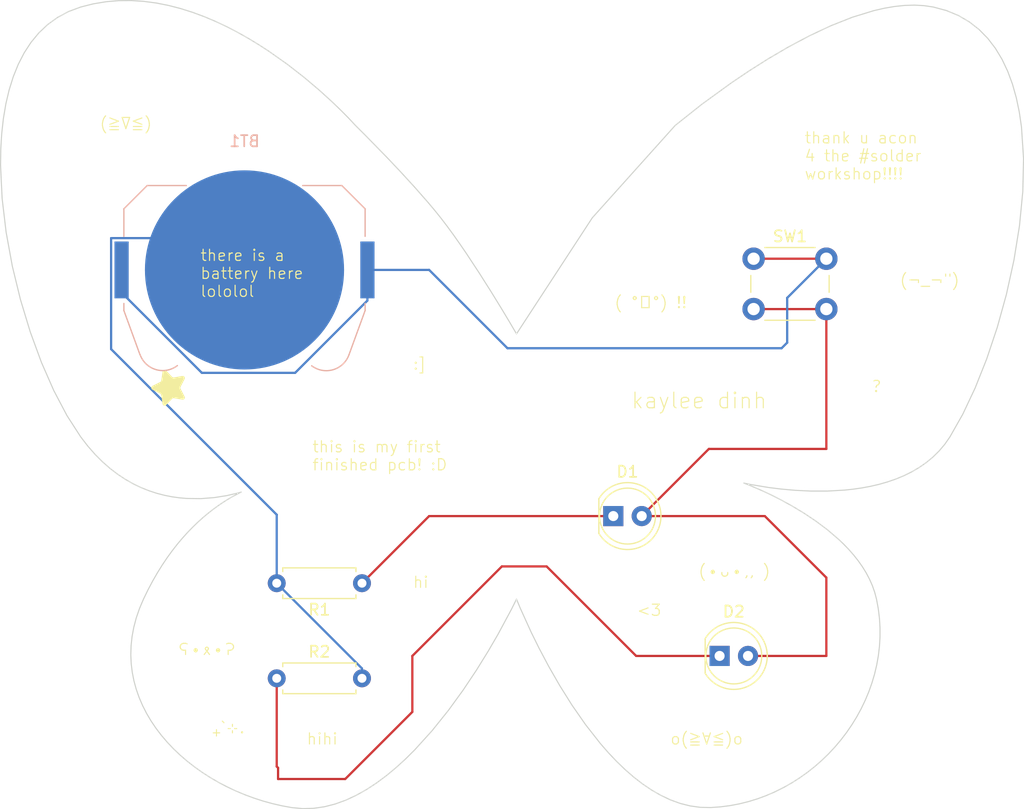
<source format=kicad_pcb>
(kicad_pcb (version 20241229) (generator "pcbnew") (generator_version "9.0")
  (layers (0 "F.Cu" signal) (2 "B.Cu" signal) (13 "F.Paste" user) (15 "B.Paste" user) (5 "F.SilkS" user "F.Silkscreen") (7 "B.SilkS" user "B.Silkscreen") (1 "F.Mask" user) (3 "B.Mask" user) (25 "Edge.Cuts" user))
  (net 0 "")
  (net 1 "Net-(BT1--)")
  (net 2 "Net-(BT1-+)")
  (net 3 "Net-(D1-K)")
  (net 4 "Net-(D1-A)")
  (net 5 "Net-(D2-K)")
  (footprint "LED_THT:LED_D5.0mm" (layer "F.Cu") (at 160.96 112)
    (property "Reference" "D2" (at 1.27 -3.96 0) (layer "F.SilkS"))
    (property "Value" "LED")
    (fp_line (start -1.29 -1.545) (end -1.29 1.545) (stroke (width 0.12)) (layer "F.SilkS"))
    (fp_arc (start -1.29 -1.54483) (mid 2.071779 -2.880495) (end 4.26 0) (stroke (width 0.12)) (layer "F.SilkS"))
    (fp_arc (start 4.26 0) (mid 2.071779 2.880495) (end -1.29 1.54483) (stroke (width 0.12)) (layer "F.SilkS"))
    (fp_circle (center 1.27 0) (end 3.77 0) (stroke (width 0.12)) (fill no) (layer "F.SilkS"))
    (pad "1" thru_hole rect (at 0 0) (size 1.8 1.8) (drill 0.9) (layers "*.Cu" "*.Mask") (net 5 "Net-(D2-K)"))
    (pad "2" thru_hole circle (at 2.54 0) (size 1.8 1.8) (drill 0.9) (layers "*.Cu" "*.Mask") (net 4 "Net-(D1-A)"))
  )
  (footprint "Resistor_THT:R_Axial_DIN0207_L6.3mm_D2.5mm_P7.62mm_Horizontal" (layer "F.Cu") (at 121.38 114)
    (property "Reference" "R2" (at 3.81 -2.37 0) (layer "F.SilkS"))
    (property "Value" "220")
    (fp_line (start 0.54 -1.37) (end 7.08 -1.37) (stroke (width 0.12)) (layer "F.SilkS"))
    (fp_line (start 0.54 -1.04) (end 0.54 -1.37) (stroke (width 0.12)) (layer "F.SilkS"))
    (fp_line (start 0.54 1.04) (end 0.54 1.37) (stroke (width 0.12)) (layer "F.SilkS"))
    (fp_line (start 0.54 1.37) (end 7.08 1.37) (stroke (width 0.12)) (layer "F.SilkS"))
    (fp_line (start 7.08 -1.37) (end 7.08 -1.04) (stroke (width 0.12)) (layer "F.SilkS"))
    (fp_line (start 7.08 1.37) (end 7.08 1.04) (stroke (width 0.12)) (layer "F.SilkS"))
    (pad "1" thru_hole circle (at 0 0) (size 1.6 1.6) (drill 0.8) (layers "*.Cu" "*.Mask") (net 5 "Net-(D2-K)"))
    (pad "2" thru_hole circle (at 7.62 0) (size 1.6 1.6) (drill 0.8) (layers "*.Cu" "*.Mask") (net 1 "Net-(BT1--)"))
  )
  (footprint "Resistor_THT:R_Axial_DIN0207_L6.3mm_D2.5mm_P7.62mm_Horizontal" (layer "F.Cu") (at 129 105.5 180)
    (property "Reference" "R1" (at 3.81 -2.37 0) (layer "F.SilkS"))
    (property "Value" "220")
    (fp_line (start 7.08 1.37) (end 7.08 1.04) (stroke (width 0.12)) (layer "F.SilkS"))
    (fp_line (start 7.08 -1.37) (end 7.08 -1.04) (stroke (width 0.12)) (layer "F.SilkS"))
    (fp_line (start 0.54 1.37) (end 7.08 1.37) (stroke (width 0.12)) (layer "F.SilkS"))
    (fp_line (start 0.54 1.04) (end 0.54 1.37) (stroke (width 0.12)) (layer "F.SilkS"))
    (fp_line (start 0.54 -1.04) (end 0.54 -1.37) (stroke (width 0.12)) (layer "F.SilkS"))
    (fp_line (start 0.54 -1.37) (end 7.08 -1.37) (stroke (width 0.12)) (layer "F.SilkS"))
    (pad "1" thru_hole circle (at 0 0 180) (size 1.6 1.6) (drill 0.8) (layers "*.Cu" "*.Mask") (net 3 "Net-(D1-K)"))
    (pad "2" thru_hole circle (at 7.62 0 180) (size 1.6 1.6) (drill 0.8) (layers "*.Cu" "*.Mask") (net 1 "Net-(BT1--)"))
  )
  (footprint "Button_Switch_THT:SW_PUSH_6mm" (layer "F.Cu") (at 164 76.5)
    (property "Reference" "SW1" (at 3.25 -2 0) (layer "F.SilkS"))
    (property "Value" "SW_Push")
    (fp_line (start -0.25 1.5) (end -0.25 3) (stroke (width 0.12)) (layer "F.SilkS"))
    (fp_line (start 1 5.5) (end 5.5 5.5) (stroke (width 0.12)) (layer "F.SilkS"))
    (fp_line (start 5.5 -1) (end 1 -1) (stroke (width 0.12)) (layer "F.SilkS"))
    (fp_line (start 6.75 3) (end 6.75 1.5) (stroke (width 0.12)) (layer "F.SilkS"))
    (pad "1" thru_hole circle (at 0 0 90) (size 2 2) (drill 1.1) (layers "*.Cu" "*.Mask") (net 2 "Net-(BT1-+)"))
    (pad "1" thru_hole circle (at 6.5 0 90) (size 2 2) (drill 1.1) (layers "*.Cu" "*.Mask") (net 2 "Net-(BT1-+)"))
    (pad "2" thru_hole circle (at 0 4.5 90) (size 2 2) (drill 1.1) (layers "*.Cu" "*.Mask") (net 4 "Net-(D1-A)"))
    (pad "2" thru_hole circle (at 6.5 4.5 90) (size 2 2) (drill 1.1) (layers "*.Cu" "*.Mask") (net 4 "Net-(D1-A)"))
  )
  (footprint "MountingHole:MountingHole_3.2mm_M3" (layer "F.Cu") (at 143 91)
    (property "Reference" "REF**" (hide yes))
    (property "Value" "MountingHole_3.2mm_M3" (hide yes))
    (pad "" np_thru_hole circle (at 0 0) (size 3.2 3.2) (drill 3.2) (layers "*.Cu" "*.Mask"))
  )
  (footprint "LED_THT:LED_D5.0mm" (layer "F.Cu") (at 151.46 99.5)
    (property "Reference" "D1" (at 1.27 -3.96 0) (layer "F.SilkS"))
    (property "Value" "LED")
    (fp_line (start -1.29 -1.545) (end -1.29 1.545) (stroke (width 0.12)) (layer "F.SilkS"))
    (fp_arc (start -1.29 -1.54483) (mid 2.071779 -2.880495) (end 4.26 0) (stroke (width 0.12)) (layer "F.SilkS"))
    (fp_arc (start 4.26 0) (mid 2.071779 2.880495) (end -1.29 1.54483) (stroke (width 0.12)) (layer "F.SilkS"))
    (fp_circle (center 1.27 0) (end 3.77 0) (stroke (width 0.12)) (fill no) (layer "F.SilkS"))
    (pad "1" thru_hole rect (at 0 0) (size 1.8 1.8) (drill 0.9) (layers "*.Cu" "*.Mask") (net 3 "Net-(D1-K)"))
    (pad "2" thru_hole circle (at 2.54 0) (size 1.8 1.8) (drill 0.9) (layers "*.Cu" "*.Mask") (net 4 "Net-(D1-A)"))
  )
  (footprint "Battery:BatteryHolder_Keystone_3034_1x20mm" (layer "B.Cu") (at 118.5 77.5 180)
    (property "Reference" "BT1" (at 0 11.5 0) (layer "B.SilkS") (effects (justify mirror)))
    (property "Value" "Battery_Cell")
    (fp_line (start 10.78 5.46) (end 10.78 3) (stroke (width 0.12)) (layer "B.SilkS"))
    (fp_line (start 10.78 -3) (end 10.78 -3.63) (stroke (width 0.12)) (layer "B.SilkS"))
    (fp_line (start 10.78 -3.63) (end 9.34 -7.58) (stroke (width 0.12)) (layer "B.SilkS"))
    (fp_line (start 8.7 7.54) (end 10.78 5.46) (stroke (width 0.12)) (layer "B.SilkS"))
    (fp_line (start 8.7 7.54) (end 5.2 7.54) (stroke (width 0.12)) (layer "B.SilkS"))
    (fp_line (start -5.2 7.54) (end -8.7 7.54) (stroke (width 0.12)) (layer "B.SilkS"))
    (fp_line (start -8.7 7.54) (end -10.78 5.46) (stroke (width 0.12)) (layer "B.SilkS"))
    (fp_line (start -10.78 5.46) (end -10.78 3) (stroke (width 0.12)) (layer "B.SilkS"))
    (fp_line (start -10.78 -3) (end -10.78 -3.63) (stroke (width 0.12)) (layer "B.SilkS"))
    (fp_line (start -10.78 -3.63) (end -9.34 -7.58) (stroke (width 0.12)) (layer "B.SilkS"))
    (fp_arc (start 6 -8.55) (mid 7.90634 -8.911669) (end 9.325243 -7.588169) (stroke (width 0.12)) (layer "B.SilkS"))
    (fp_arc (start -9.34 -7.58) (mid -7.921654 -8.918738) (end -6.003354 -8.56653) (stroke (width 0.12)) (layer "B.SilkS"))
    (pad "1" smd rect (at -10.985 0 180) (size 1.27 5.08) (layers "B.Cu" "B.Mask" "B.Paste") (net 2 "Net-(BT1-+)"))
    (pad "1" smd rect (at 10.985 0 180) (size 1.27 5.08) (layers "B.Cu" "B.Mask" "B.Paste") (net 2 "Net-(BT1-+)"))
    (pad "2" smd circle (at 0 0 180) (size 17.8 17.8) (layers "B.Cu" "B.Mask") (net 1 "Net-(BT1--)"))
  )
  (gr_poly (pts (xy 110.167139 88.02468) (xy 110.168366 88.012093) (xy 110.17041 87.9996) (xy 110.173272 87.987249) (xy 110.176952 87.975087) (xy 110.181449 87.963161) (xy 110.186765 87.951517) (xy 110.192898 87.940204) (xy 110.199848 87.929268) (xy 110.207617 87.918757) (xy 110.216203 87.908718) (xy 110.225607 87.899198) (xy 110.235828 87.890244) (xy 110.246868 87.881903) (xy 110.258725 87.874223) (xy 110.2714 87.86725) (xy 110.961139 87.519143) (xy 110.971364 87.513587) (xy 110.981166 87.507459) (xy 110.990529 87.500786) (xy 110.999432 87.493592) (xy 111.007859 87.485903) (xy 111.015792 87.477745) (xy 111.023211 87.469141) (xy 111.030099 87.460119) (xy 111.036438 87.450702) (xy 111.04221 87.440917) (xy 111.047396 87.430788) (xy 111.051979 87.420341) (xy 111.055941 87.409601) (xy 111.059262 87.398593) (xy 111.061926 87.387343) (xy 111.063914 87.375877) (xy 111.173505 86.604637) (xy 111.1761 86.590146) (xy 111.179655 86.576229) (xy 111.184124 86.5629) (xy 111.189459 86.550174) (xy 111.195613 86.538068) (xy 111.20254 86.526594) (xy 111.210192 86.51577) (xy 111.218523 86.505609) (xy 111.227486 86.496127) (xy 111.237034 86.487339) (xy 111.247119 86.47926) (xy 111.257695 86.471905) (xy 111.268715 86.465289) (xy 111.280132 86.459426) (xy 111.291899 86.454333) (xy 111.303969 86.450024) (xy 111.316295 86.446514) (xy 111.328831 86.443819) (xy 111.341528 86.441952) (xy 111.354341 86.44093) (xy 111.367222 86.440768) (xy 111.380125 86.441479) (xy 111.393002 86.44308) (xy 111.405806 86.445586) (xy 111.418492 86.449011) (xy 111.43101 86.453371) (xy 111.443316 86.458681) (xy 111.455361 86.464955) (xy 111.467099 86.472209) (xy 111.478483 86.480458) (xy 111.489465 86.489716) (xy 111.5 86.5) (xy 112.026743 87.052588) (xy 112.035215 87.060939) (xy 112.044128 87.068693) (xy 112.05345 87.07584) (xy 112.063149 87.08237) (xy 112.073195 87.088271) (xy 112.083556 87.093535) (xy 112.0942 87.09815) (xy 112.105095 87.102106) (xy 112.116211 87.105392) (xy 112.127515 87.107999) (xy 112.138976 87.109916) (xy 112.150563 87.111132) (xy 112.162244 87.111638) (xy 112.173988 87.111422) (xy 112.185763 87.110474) (xy 112.197537 87.108785) (xy 112.945535 86.977594) (xy 112.959961 86.975592) (xy 112.974149 86.974659) (xy 112.98807 86.974757) (xy 113.001696 86.975848) (xy 113.014998 86.977892) (xy 113.027949 86.980851) (xy 113.040519 86.984686) (xy 113.05268 86.989359) (xy 113.064403 86.994831) (xy 113.075661 87.001064) (xy 113.086425 87.008018) (xy 113.096665 87.015655) (xy 113.106355 87.023937) (xy 113.115464 87.032824) (xy 113.123966 87.042279) (xy 113.131831 87.052262) (xy 113.139031 87.062735) (xy 113.145537 87.073659) (xy 113.151321 87.084996) (xy 113.156355 87.096706) (xy 113.16061 87.108752) (xy 113.164058 87.121094) (xy 113.16667 87.133694) (xy 113.168417 87.146514) (xy 113.169272 87.159514) (xy 113.169205 87.172656) (xy 113.168189 87.185902) (xy 113.166195 87.199212) (xy 113.163194 87.212548) (xy 113.159158 87.225872) (xy 113.154058 87.239144) (xy 113.147867 87.252327) (xy 112.789071 87.950213) (xy 112.784132 87.960577) (xy 112.779851 87.97115) (xy 112.776229 87.981903) (xy 112.773265 87.992806) (xy 112.77096 88.003828) (xy 112.769314 88.01494) (xy 112.768326 88.026112) (xy 112.767997 88.037314) (xy 112.768326 88.048516) (xy 112.769314 88.059687) (xy 112.77096 88.070799) (xy 112.773265 88.081822) (xy 112.776229 88.092724) (xy 112.779851 88.103477) (xy 112.784132 88.114051) (xy 112.789071 88.124414) (xy 113.147867 88.822296) (xy 113.154058 88.835479) (xy 113.159158 88.848752) (xy 113.163194 88.862076) (xy 113.166195 88.875412) (xy 113.168189 88.888723) (xy 113.169205 88.901969) (xy 113.169272 88.915111) (xy 113.168417 88.928111) (xy 113.16667 88.940931) (xy 113.164058 88.953531) (xy 113.16061 88.965873) (xy 113.156355 88.977919) (xy 113.151321 88.98963) (xy 113.145537 89.000966) (xy 113.139031 89.01189) (xy 113.131831 89.022363) (xy 113.123966 89.032346) (xy 113.115464 89.041801) (xy 113.106355 89.050688) (xy 113.096665 89.05897) (xy 113.086425 89.066607) (xy 113.075661 89.073562) (xy 113.064403 89.079794) (xy 113.05268 89.085266) (xy 113.040519 89.089939) (xy 113.027949 89.093775) (xy 113.014998 89.096734) (xy 113.001696 89.098778) (xy 112.98807 89.099869) (xy 112.974149 89.099968) (xy 112.959961 89.099035) (xy 112.945535 89.097033) (xy 112.197537 88.965843) (xy 112.185761 88.964154) (xy 112.173985 88.963207) (xy 112.16224 88.962992) (xy 112.150559 88.963497) (xy 112.138972 88.964713) (xy 112.12751 88.96663) (xy 112.116206 88.969236) (xy 112.105091 88.972523) (xy 112.094196 88.976478) (xy 112.083553 88.981093) (xy 112.073193 88.986356) (xy 112.063148 88.992258) (xy 112.053449 88.998787) (xy 112.044127 89.005935) (xy 112.035215 89.013689) (xy 112.026743 89.02204) (xy 111.5 89.574633) (xy 111.489465 89.584916) (xy 111.478483 89.594174) (xy 111.467099 89.602422) (xy 111.455361 89.609675) (xy 111.443316 89.615949) (xy 111.43101 89.621258) (xy 111.418492 89.625618) (xy 111.405806 89.629043) (xy 111.393002 89.631548) (xy 111.380125 89.633149) (xy 111.367222 89.633861) (xy 111.354341 89.633698) (xy 111.341528 89.632676) (xy 111.328831 89.630809) (xy 111.316295 89.628114) (xy 111.303969 89.624604) (xy 111.291899 89.620295) (xy 111.280132 89.615202) (xy 111.268715 89.60934) (xy 111.257695 89.602723) (xy 111.247119 89.595368) (xy 111.237034 89.587289) (xy 111.227486 89.578501) (xy 111.218523 89.56902) (xy 111.210192 89.558859) (xy 111.20254 89.548035) (xy 111.195613 89.536562) (xy 111.189459 89.524455) (xy 111.184124 89.51173) (xy 111.179655 89.498401) (xy 111.1761 89.484484) (xy 111.173505 89.469993) (xy 111.063914 88.69875) (xy 111.061926 88.687283) (xy 111.059262 88.676033) (xy 111.055941 88.665026) (xy 111.051979 88.654287) (xy 111.047396 88.64384) (xy 111.04221 88.633711) (xy 111.036438 88.623926) (xy 111.030099 88.61451) (xy 111.023211 88.605488) (xy 111.015792 88.596884) (xy 111.007859 88.588726) (xy 110.999432 88.581037) (xy 110.990529 88.573843) (xy 110.981166 88.567169) (xy 110.971364 88.561041) (xy 110.961139 88.555484) (xy 110.2714 88.207377) (xy 110.258725 88.200405) (xy 110.246868 88.192724) (xy 110.235829 88.184384) (xy 110.225607 88.17543) (xy 110.216203 88.165909) (xy 110.207617 88.15587) (xy 110.199848 88.145359) (xy 110.192898 88.134423) (xy 110.186765 88.12311) (xy 110.181449 88.111467) (xy 110.176952 88.099541) (xy 110.173272 88.087378) (xy 110.17041 88.075027) (xy 110.168366 88.062535) (xy 110.167139 88.049948) (xy 110.16673 88.037314)) (fill yes) (layer "F.SilkS"))
  (gr_poly (pts (xy 109.5 53.5) (xy 110.608879 53.646884) (xy 111.706053 53.862834) (xy 112.789159 54.141997) (xy 113.855832 54.478521) (xy 114.903708 54.866553) (xy 115.930423 55.300241) (xy 116.933612 55.773733) (xy 117.910911 56.281176) (xy 118.859956 56.816719) (xy 119.778383 57.374508) (xy 120.663828 57.948691) (xy 122.326313 59.122832) (xy 123.828499 60.292321) (xy 125.15147 61.410341) (xy 126.276313 62.430072) (xy 127.184115 63.304696) (xy 127.855963 63.987393) (xy 128.416137 64.589734) (xy 129.225554 65.394484) (xy 131.209582 67.423652) (xy 132.433846 68.716883) (xy 133.701888 70.09961) (xy 134.930416 71.499628) (xy 135.503833 72.183557) (xy 136.036138 72.844733) (xy 136.604803 73.588034) (xy 137.185394 74.382454) (xy 137.771202 75.214323) (xy 138.355521 76.069971) (xy 139.492856 77.797919) (xy 140.543738 79.456935) (xy 141.454503 80.937655) (xy 142.171488 82.130714) (xy 142.809472 83.216399) (xy 149.582806 72.844733) (xy 156.991137 64.589734) (xy 159.383254 62.68959) (xy 162.017099 60.778918) (xy 163.589547 59.718912) (xy 165.292756 58.64074) (xy 167.097034 57.583108) (xy 168.972689 56.584727) (xy 170.89003 55.684305) (xy 172.819365 54.920551) (xy 174.731001 54.332174) (xy 175.670904 54.115849) (xy 176.595248 53.957883) (xy 177.500321 53.863116) (xy 178.382413 53.836387) (xy 179.237811 53.882533) (xy 180.062804 54.006394) (xy 181.240628 54.323548) (xy 182.312758 54.769538) (xy 183.282464 55.337179) (xy 184.153014 56.019287) (xy 184.927677 56.808678) (xy 185.609724 57.698168) (xy 186.202423 58.680572) (xy 186.709043 59.748707) (xy 187.132855 60.895387) (xy 187.477126 62.113429) (xy 187.745127 63.395648) (xy 187.940126 64.73486) (xy 188.124198 67.555527) (xy 188.055495 70.517955) (xy 187.760171 73.56467) (xy 187.264381 76.638198) (xy 186.594278 79.681066) (xy 185.776017 82.635798) (xy 184.835751 85.444922) (xy 183.799636 88.050962) (xy 182.693824 90.396445) (xy 181.544469 92.423897) (xy 181.08194 93.087539) (xy 180.570265 93.691107) (xy 180.013633 94.237159) (xy 179.416228 94.728253) (xy 178.782235 95.166947) (xy 178.115842 95.5558) (xy 177.421233 95.897368) (xy 176.702595 96.19421) (xy 175.964112 96.448885) (xy 175.209972 96.66395) (xy 174.44436 96.841962) (xy 173.671461 96.98548) (xy 172.895462 97.097063) (xy 172.120548 97.179267) (xy 170.590719 97.265774) (xy 169.11546 97.265464) (xy 167.728257 97.198802) (xy 166.462598 97.08625) (xy 165.351967 96.948274) (xy 163.729741 96.677903) (xy 163.129467 96.5514) (xy 163.579399 96.724705) (xy 164.777924 97.238195) (xy 165.587 97.619495) (xy 166.498136 98.082226) (xy 167.482967 98.625183) (xy 168.513129 99.247159) (xy 169.560261 99.94695) (xy 170.595998 100.72335) (xy 171.591978 101.575155) (xy 172.066195 102.028958) (xy 172.519837 102.501159) (xy 172.949358 102.991609) (xy 173.351212 103.500157) (xy 173.721854 104.026653) (xy 174.057739 104.570944) (xy 174.355322 105.132882) (xy 174.611056 105.712315) (xy 174.821397 106.309093) (xy 174.982799 106.923064) (xy 175.141043 107.775099) (xy 175.245116 108.625943) (xy 175.296428 109.473971) (xy 175.296388 110.317563) (xy 175.246405 111.155096) (xy 175.147887 111.984946) (xy 175.002243 112.805493) (xy 174.810883 113.615113) (xy 174.575215 114.412184) (xy 174.296647 115.195084) (xy 173.976589 115.96219) (xy 173.616449 116.711879) (xy 173.217637 117.44253) (xy 172.781561 118.15252) (xy 172.30963 118.840226) (xy 171.803252 119.504026) (xy 171.263838 120.142298) (xy 170.692794 120.75342) (xy 170.091531 121.335768) (xy 169.461457 121.88772) (xy 168.803981 122.407655) (xy 168.120512 122.893948) (xy 167.412459 123.34498) (xy 166.681229 123.759125) (xy 165.928234 124.134763) (xy 165.15488 124.470271) (xy 164.362577 124.764027) (xy 163.552734 125.014407) (xy 162.72676 125.21979) (xy 161.886063 125.378553) (xy 161.032052 125.489074) (xy 160.166137 125.54973) (xy 159.242281 125.531587) (xy 158.334046 125.406644) (xy 157.44233 125.181944) (xy 156.568033 124.864527) (xy 155.712053 124.461435) (xy 154.87529 123.979711) (xy 154.058642 123.426395) (xy 153.263008 122.80853) (xy 152.489288 122.133156) (xy 151.738381 121.407316) (xy 151.011185 120.638052) (xy 150.308599 119.832403) (xy 148.980854 118.140124) (xy 147.762338 116.386811) (xy 146.660243 114.628798) (xy 145.681761 112.922418) (xy 144.834083 111.324003) (xy 144.124401 109.889886) (xy 143.147793 107.73988) (xy 142.809472 106.923064) (xy 142.378968 107.792795) (xy 141.153921 110.071308) (xy 140.274598 111.583852) (xy 139.234025 113.262584) (xy 138.044663 115.045502) (xy 136.718975 116.870604) (xy 135.269422 118.675886) (xy 133.708466 120.399347) (xy 132.890107 121.211019) (xy 132.04857 121.978985) (xy 131.185413 122.695494) (xy 130.302194 123.352796) (xy 129.400471 123.943141) (xy 128.481801 124.458779) (xy 127.547742 124.891958) (xy 126.599853 125.23493) (xy 125.639689 125.479943) (xy 124.668811 125.619248) (xy 123.688774 125.645094) (xy 122.701137 125.54973) (xy 121.848111 125.393631) (xy 121.001885 125.199855) (xy 120.164615 124.969423) (xy 119.338458 124.703354) (xy 118.525571 124.402666) (xy 117.728108 124.06838) (xy 116.948226 123.701514) (xy 116.188082 123.303088) (xy 115.449832 122.874121) (xy 114.735631 122.415633) (xy 114.047637 121.928643) (xy 113.388005 121.41417) (xy 112.758891 120.873233) (xy 112.162452 120.306852) (xy 111.600844 119.716047) (xy 111.076223 119.101835) (xy 110.590745 118.465238) (xy 110.146567 117.807273) (xy 109.745844 117.128961) (xy 109.390733 116.431321) (xy 109.083389 115.715372) (xy 108.82597 114.982133) (xy 108.620632 114.232624) (xy 108.46953 113.467864) (xy 108.37482 112.688872) (xy 108.33866 111.896667) (xy 108.363205 111.09227) (xy 108.450611 110.276699) (xy 108.603034 109.450974) (xy 108.822631 108.616113) (xy 109.111559 107.773137) (xy 109.471972 106.923064) (xy 109.8757 106.092527) (xy 110.292025 105.306677) (xy 110.71928 104.564313) (xy 111.155797 103.864233) (xy 111.599911 103.205236) (xy 112.049954 102.58612) (xy 112.504261 102.005684) (xy 112.961165 101.462726) (xy 113.418999 100.956045) (xy 113.876096 100.48444) (xy 114.330791 100.046708) (xy 114.781416 99.641649) (xy 115.226304 99.268061) (xy 115.663791 98.924742) (xy 116.092208 98.610491) (xy 116.509889 98.324107) (xy 116.915168 98.064388) (xy 117.306378 97.830132) (xy 118.039924 97.433206) (xy 118.205896 97.355054) (xy 117.886514 97.448631) (xy 116.906958 97.673191) (xy 115.81113 97.846591) (xy 114.618099 97.940461) (xy 113.346934 97.926431) (xy 112.68801 97.870088) (xy 112.016703 97.77613) (xy 111.335396 97.641012) (xy 110.646475 97.461188) (xy 109.952321 97.23311) (xy 109.255318 96.953234) (xy 108.557851 96.618012) (xy 107.862302 96.223899) (xy 107.171056 95.767347) (xy 106.486496 95.244811) (xy 105.811005 94.652744) (xy 105.146967 93.9876) (xy 104.496766 93.245834) (xy 103.862785 92.423897) (xy 102.631469 90.514634) (xy 101.453637 88.277174) (xy 100.353009 85.767793) (xy 99.353305 83.042766) (xy 98.478244 80.158368) (xy 97.751545 77.170876) (xy 97.196929 74.136565) (xy 96.838114 71.111711) (xy 96.69882 68.152589) (xy 96.718905 66.715264) (xy 96.802766 65.315475) (xy 96.953367 63.960258) (xy 97.173672 62.656645) (xy 97.466648 61.411673) (xy 97.835258 60.232374) (xy 98.282468 59.125784) (xy 98.811243 58.098938) (xy 99.424547 57.158869) (xy 100.125346 56.312612) (xy 100.916604 55.567202) (xy 101.801287 54.929672) (xy 102.782359 54.407058) (xy 103.862785 54.006394) (xy 104.994723 53.720166) (xy 106.126778 53.532264) (xy 107.256585 53.436838) (xy 108.381781 53.428034)) (fill no) (layer "Edge.Cuts"))
  (gr_text "this is my first\nfinished pcb! :D" (at 124.5 95.5 0) (layer "F.SilkS") (effects (font (size 1 1) (thickness 0.1)) (justify left bottom)))
  (gr_text "o(≧∀≦)o" (at 156.5 120 0) (layer "F.SilkS") (effects (font (size 1 1) (thickness 0.1)) (justify left bottom)))
  (gr_text "(•ᴗ•,, )" (at 159 105 0) (layer "F.SilkS") (effects (font (size 1 1) (thickness 0.1)) (justify left bottom)))
  (gr_text "(≧∇≦)" (at 105.5 65 0) (layer "F.SilkS") (effects (font (size 1 1) (thickness 0.1)) (justify left bottom)))
  (gr_text "thank u acon\n4 the #solder\nworkshop!!!!" (at 168.5 69.5 0) (layer "F.SilkS") (effects (font (size 1 1) (thickness 0.1)) (justify left bottom)))
  (gr_text "kaylee dinh" (at 153 90 0) (layer "F.SilkS") (effects (font (size 1.4 1.4) (thickness 0.1)) (justify left bottom)))
  (gr_text "₊`⊹." (at 115.5 119 0) (layer "F.SilkS") (effects (font (size 1 1) (thickness 0.1)) (justify left bottom)))
  (gr_text ":]" (at 133.5 86.5 0) (layer "F.SilkS") (effects (font (size 1 1) (thickness 0.1)) (justify left bottom)))
  (gr_text "( °ㅁ°) !!" (at 151.5 81 0) (layer "F.SilkS") (effects (font (size 1 1) (thickness 0.1)) (justify left bottom)))
  (gr_text "<3" (at 153.5 108.5 0) (layer "F.SilkS") (effects (font (size 1 1) (thickness 0.1)) (justify left bottom)))
  (gr_text "hi" (at 133.5 106 0) (layer "F.SilkS") (effects (font (size 1 1) (thickness 0.1)) (justify left bottom)))
  (gr_text "(¬_¬{dblquote})" (at 177 79 0) (layer "F.SilkS") (effects (font (size 1 1) (thickness 0.1)) (justify left bottom)))
  (gr_text "ʕ•ᴥ•ʔ" (at 112.5 112 0) (layer "F.SilkS") (effects (font (size 1 1) (thickness 0.1)) (justify left bottom)))
  (gr_text "there is a\nbattery here\nlololol" (at 114.5 80 0) (layer "F.SilkS") (effects (font (size 1 1) (thickness 0.1)) (justify left bottom)))
  (gr_text "?" (at 174.5 88.5 0) (layer "F.SilkS") (effects (font (size 1 1) (thickness 0.1)) (justify left bottom)))
  (gr_text "hihi" (at 124 120 0) (layer "F.SilkS") (effects (font (size 1 1) (thickness 0.1)) (justify left bottom)))
  (segment (start 106.579 74.659) (end 106.579 84.579) (width 0.2) (layer "B.Cu") (net 1))
  (segment (start 129 113.12) (end 129 114) (width 0.2) (layer "B.Cu") (net 1))
  (segment (start 121.38 105.5) (end 129 113.12) (width 0.2) (layer "B.Cu") (net 1))
  (segment (start 118.5 77.5) (end 115.659 74.659) (width 0.2) (layer "B.Cu") (net 1))
  (segment (start 121.38 99.38) (end 121.38 105.5) (width 0.2) (layer "B.Cu") (net 1))
  (segment (start 115.659 74.659) (end 106.579 74.659) (width 0.2) (layer "B.Cu") (net 1))
  (segment (start 106.579 84.579) (end 121.38 99.38) (width 0.2) (layer "B.Cu") (net 1))
  (segment (start 170.5 76.5) (end 164 76.5) (width 0.2) (layer "F.Cu") (net 2))
  (segment (start 129.485 80.24) (end 123.024 86.701) (width 0.2) (layer "B.Cu") (net 2))
  (segment (start 135 77.5) (end 142 84.5) (width 0.2) (layer "B.Cu") (net 2))
  (segment (start 167 80) (end 170.5 76.5) (width 0.2) (layer "B.Cu") (net 2))
  (segment (start 129.485 77.5) (end 129.485 80.24) (width 0.2) (layer "B.Cu") (net 2))
  (segment (start 166.5 84.5) (end 167 84) (width 0.2) (layer "B.Cu") (net 2))
  (segment (start 114.688821 86.701) (end 107.515 79.527179) (width 0.2) (layer "B.Cu") (net 2))
  (segment (start 167 84) (end 167 80) (width 0.2) (layer "B.Cu") (net 2))
  (segment (start 107.515 79.527179) (end 107.515 77.5) (width 0.2) (layer "B.Cu") (net 2))
  (segment (start 123.024 86.701) (end 114.688821 86.701) (width 0.2) (layer "B.Cu") (net 2))
  (segment (start 142 84.5) (end 166.5 84.5) (width 0.2) (layer "B.Cu") (net 2))
  (segment (start 129.485 77.5) (end 135 77.5) (width 0.2) (layer "B.Cu") (net 2))
  (segment (start 151.46 99.5) (end 135 99.5) (width 0.2) (layer "F.Cu") (net 3))
  (segment (start 135 99.5) (end 129 105.5) (width 0.2) (layer "F.Cu") (net 3))
  (segment (start 170.5 112) (end 163.5 112) (width 0.2) (layer "F.Cu") (net 4))
  (segment (start 154 99.5) (end 165 99.5) (width 0.2) (layer "F.Cu") (net 4))
  (segment (start 170.5 93.5) (end 170.5 81) (width 0.2) (layer "F.Cu") (net 4))
  (segment (start 154 99.5) (end 160 93.5) (width 0.2) (layer "F.Cu") (net 4))
  (segment (start 164 81) (end 170.5 81) (width 0.2) (layer "F.Cu") (net 4))
  (segment (start 160 93.5) (end 170.5 93.5) (width 0.2) (layer "F.Cu") (net 4))
  (segment (start 170.5 105) (end 170.5 112) (width 0.2) (layer "F.Cu") (net 4))
  (segment (start 165 99.5) (end 170.5 105) (width 0.2) (layer "F.Cu") (net 4))
  (segment (start 121.5 122) (end 121.38 121.88) (width 0.2) (layer "F.Cu") (net 5))
  (segment (start 133.5 112) (end 133.5 117) (width 0.2) (layer "F.Cu") (net 5))
  (segment (start 121.5 123) (end 121.5 122) (width 0.2) (layer "F.Cu") (net 5))
  (segment (start 153.5 112) (end 145.5 104) (width 0.2) (layer "F.Cu") (net 5))
  (segment (start 127.5 123) (end 121.5 123) (width 0.2) (layer "F.Cu") (net 5))
  (segment (start 133.5 117) (end 127.5 123) (width 0.2) (layer "F.Cu") (net 5))
  (segment (start 160.96 112) (end 153.5 112) (width 0.2) (layer "F.Cu") (net 5))
  (segment (start 145.5 104) (end 141.5 104) (width 0.2) (layer "F.Cu") (net 5))
  (segment (start 141.5 104) (end 133.5 112) (width 0.2) (layer "F.Cu") (net 5))
  (segment (start 121.38 121.88) (end 121.38 114) (width 0.2) (layer "F.Cu") (net 5))
)
</source>
